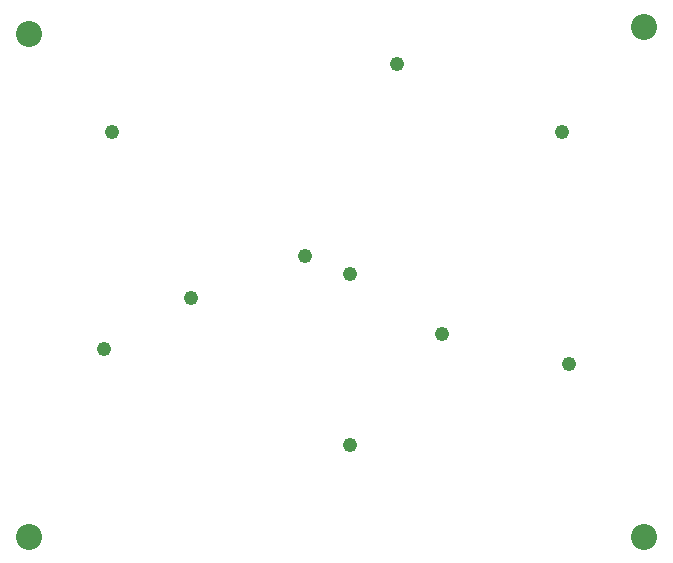
<source format=gbs>
G75*
%MOIN*%
%OFA0B0*%
%FSLAX25Y25*%
%IPPOS*%
%LPD*%
%AMOC8*
5,1,8,0,0,1.08239X$1,22.5*
%
%ADD10C,0.08674*%
%ADD11C,0.04800*%
%ADD12C,0.04762*%
D10*
X0014300Y0016800D03*
X0014300Y0184300D03*
X0219300Y0186800D03*
X0219300Y0016800D03*
D11*
X0121300Y0047300D03*
X0121300Y0104300D03*
X0106300Y0110300D03*
X0068300Y0096300D03*
D12*
X0039300Y0079300D03*
X0041800Y0151800D03*
X0136800Y0174300D03*
X0191800Y0151800D03*
X0151800Y0084300D03*
X0194300Y0074300D03*
M02*

</source>
